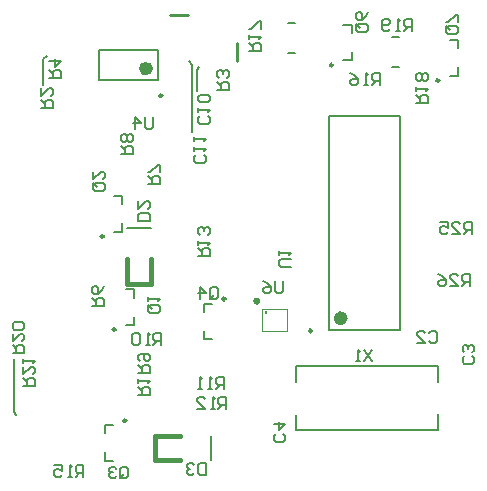
<source format=gbo>
%FSLAX24Y24*%
%MOIN*%
G70*
G01*
G75*
G04 Layer_Color=32896*
%ADD10C,0.0098*%
%ADD11R,0.0299X0.0945*%
%ADD12R,0.0315X0.0354*%
%ADD13R,0.0354X0.0315*%
%ADD14R,0.0276X0.0394*%
%ADD15R,0.0236X0.0886*%
%ADD16R,0.0591X0.0295*%
%ADD17R,0.0295X0.0591*%
%ADD18R,0.0354X0.0315*%
%ADD19R,0.0492X0.0433*%
%ADD20R,0.0906X0.0906*%
%ADD21R,0.0197X0.0236*%
%ADD22R,0.0236X0.0197*%
%ADD23R,0.0394X0.0276*%
%ADD24R,0.0315X0.0630*%
%ADD25R,0.0846X0.0335*%
%ADD26C,0.0335*%
%ADD27R,0.0335X0.0846*%
%ADD28R,0.0886X0.0236*%
%ADD29C,0.0276*%
%ADD30C,0.0118*%
%ADD31C,0.0138*%
%ADD32C,0.0079*%
%ADD33C,0.0197*%
%ADD34O,0.0472X0.0394*%
%ADD35R,0.0472X0.0394*%
%ADD36O,0.0669X0.1181*%
%ADD37C,0.0380*%
%ADD38R,0.0630X0.0315*%
%ADD39R,0.0906X0.0236*%
%ADD40R,0.0630X0.1063*%
%ADD41R,0.0358X0.0480*%
%ADD42R,0.0480X0.0358*%
%ADD43R,0.0118X0.0295*%
%ADD44R,0.2165X0.0827*%
%ADD45C,0.0100*%
%ADD46C,0.0236*%
%ADD47C,0.0394*%
%ADD48C,0.0039*%
%ADD49C,0.0061*%
%ADD50R,0.0246X0.0433*%
%ADD51R,0.0433X0.0246*%
%ADD52R,0.0379X0.1025*%
%ADD53R,0.0395X0.0434*%
%ADD54R,0.0434X0.0395*%
%ADD55R,0.0356X0.0474*%
%ADD56R,0.0316X0.0966*%
%ADD57R,0.0671X0.0375*%
%ADD58R,0.0375X0.0671*%
%ADD59R,0.0434X0.0395*%
%ADD60R,0.0572X0.0513*%
%ADD61R,0.0986X0.0986*%
%ADD62R,0.0277X0.0316*%
%ADD63R,0.0316X0.0277*%
%ADD64R,0.0474X0.0356*%
%ADD65R,0.0395X0.0710*%
%ADD66R,0.0926X0.0415*%
%ADD67C,0.0415*%
%ADD68R,0.0415X0.0926*%
%ADD69R,0.0966X0.0316*%
%ADD70C,0.0827*%
%ADD71O,0.0552X0.0474*%
%ADD72R,0.0552X0.0474*%
%ADD73O,0.0749X0.1261*%
%ADD74R,0.0710X0.0395*%
%ADD75R,0.0986X0.0316*%
%ADD76R,0.0710X0.1143*%
%ADD77R,0.0438X0.0560*%
%ADD78R,0.0560X0.0438*%
%ADD79R,0.0150X0.0327*%
%ADD80R,0.2245X0.0907*%
%ADD81C,0.0150*%
%ADD82C,0.0050*%
D10*
X5150Y12835D02*
G03*
X5150Y12835I-49J0D01*
G01*
X10138Y4998D02*
G03*
X10138Y4998I-49J0D01*
G01*
X14380Y13346D02*
G03*
X14380Y13346I-49J0D01*
G01*
X10837Y13858D02*
G03*
X10837Y13858I-49J0D01*
G01*
X7254Y6063D02*
G03*
X7254Y6063I-49J0D01*
G01*
X3947Y2008D02*
G03*
X3947Y2008I-49J0D01*
G01*
X3199Y8150D02*
G03*
X3199Y8150I-49J0D01*
G01*
X3593Y5039D02*
G03*
X3593Y5039I-49J0D01*
G01*
D32*
X3031Y13346D02*
Y14370D01*
X5000D01*
X3031Y13346D02*
X5000D01*
Y14370D01*
X10699Y5020D02*
X13081D01*
X10699D02*
Y12146D01*
X13081Y5020D02*
Y12146D01*
X10699D02*
X13081D01*
X12795Y14783D02*
X13032D01*
X12795Y13799D02*
X13032D01*
X9331Y15256D02*
X9567D01*
X9331Y14272D02*
X9567D01*
X14724Y13504D02*
X15000D01*
Y13780D01*
X14724Y14685D02*
X15000D01*
Y14409D02*
Y14685D01*
X11181Y14016D02*
X11457D01*
Y14291D01*
X11181Y15197D02*
X11457D01*
Y14921D02*
Y15197D01*
X6535Y4724D02*
Y5000D01*
Y4724D02*
X6811D01*
X6535Y5630D02*
Y5906D01*
X6811D01*
X3228Y669D02*
Y945D01*
Y669D02*
X3504D01*
X3228Y1575D02*
Y1850D01*
X3504D01*
X3543Y8307D02*
X3819D01*
Y8583D01*
X3543Y9488D02*
X3819D01*
Y9213D02*
Y9488D01*
X3937Y5197D02*
X4213D01*
Y5472D01*
X3937Y6378D02*
X4213D01*
Y6102D02*
Y6378D01*
X9606Y1693D02*
Y2205D01*
Y1693D02*
X14331D01*
X9606Y3287D02*
Y3819D01*
X14331D01*
Y1693D02*
Y2234D01*
Y3287D02*
Y3819D01*
X6024Y13976D02*
X6142Y13858D01*
Y11614D02*
Y13858D01*
X6299Y13701D02*
X6378Y13780D01*
X6299Y12976D02*
Y13701D01*
X1181Y14055D02*
X1292Y14166D01*
X1181Y13189D02*
Y14055D01*
X197Y2283D02*
X276Y2205D01*
X197Y2283D02*
Y4055D01*
D45*
X8369Y5987D02*
G03*
X8369Y5987I-72J0D01*
G01*
X8609Y5617D02*
G03*
X8609Y5617I-2J0D01*
G01*
X5394Y15512D02*
X6014D01*
X4916Y1502D02*
X4920Y1506D01*
X3967Y6573D02*
X3970Y6570D01*
X7639Y13986D02*
Y14606D01*
D46*
X4724Y13740D02*
G03*
X4724Y13740I-118J0D01*
G01*
X11211Y5413D02*
G03*
X11211Y5413I-118J0D01*
G01*
D48*
X8483Y5000D02*
X9305D01*
X8483D02*
Y5709D01*
X9306D01*
Y5000D02*
Y5709D01*
D49*
X6548Y10853D02*
X6614Y10787D01*
Y10656D01*
X6548Y10591D01*
X6286D01*
X6220Y10656D01*
Y10787D01*
X6286Y10853D01*
X6220Y10984D02*
Y11115D01*
Y11050D01*
X6614D01*
X6548Y10984D01*
X6220Y11312D02*
Y11443D01*
Y11378D01*
X6614D01*
X6548Y11312D01*
X4843Y12126D02*
Y11798D01*
X4777Y11732D01*
X4646D01*
X4580Y11798D01*
Y12126D01*
X4252Y11732D02*
Y12126D01*
X4449Y11929D01*
X4187D01*
X9449Y7126D02*
X9121D01*
X9055Y7192D01*
Y7323D01*
X9121Y7388D01*
X9449D01*
X9055Y7520D02*
Y7651D01*
Y7585D01*
X9449D01*
X9383Y7520D01*
X15394Y6494D02*
Y6888D01*
X15197D01*
X15131Y6822D01*
Y6691D01*
X15197Y6626D01*
X15394D01*
X15263D02*
X15131Y6494D01*
X14738D02*
X15000D01*
X14738Y6757D01*
Y6822D01*
X14803Y6888D01*
X14935D01*
X15000Y6822D01*
X14344Y6888D02*
X14475Y6822D01*
X14607Y6691D01*
Y6560D01*
X14541Y6494D01*
X14410D01*
X14344Y6560D01*
Y6626D01*
X14410Y6691D01*
X14607D01*
X15472Y8228D02*
Y8622D01*
X15276D01*
X15210Y8556D01*
Y8425D01*
X15276Y8360D01*
X15472D01*
X15341D02*
X15210Y8228D01*
X14816D02*
X15079D01*
X14816Y8491D01*
Y8556D01*
X14882Y8622D01*
X15013D01*
X15079Y8556D01*
X14423Y8622D02*
X14685D01*
Y8425D01*
X14554Y8491D01*
X14489D01*
X14423Y8425D01*
Y8294D01*
X14489Y8228D01*
X14620D01*
X14685Y8294D01*
X512Y3150D02*
X905D01*
Y3346D01*
X840Y3412D01*
X709D01*
X643Y3346D01*
Y3150D01*
Y3281D02*
X512Y3412D01*
Y3806D02*
Y3543D01*
X774Y3806D01*
X840D01*
X905Y3740D01*
Y3609D01*
X840Y3543D01*
X512Y3937D02*
Y4068D01*
Y4002D01*
X905D01*
X840Y3937D01*
X157Y4252D02*
X551D01*
Y4449D01*
X485Y4514D01*
X354D01*
X289Y4449D01*
Y4252D01*
Y4383D02*
X157Y4514D01*
Y4908D02*
Y4646D01*
X420Y4908D01*
X485D01*
X551Y4842D01*
Y4711D01*
X485Y4646D01*
Y5039D02*
X551Y5105D01*
Y5236D01*
X485Y5301D01*
X223D01*
X157Y5236D01*
Y5105D01*
X223Y5039D01*
X485D01*
X13465Y15000D02*
Y15394D01*
X13268D01*
X13202Y15328D01*
Y15197D01*
X13268Y15131D01*
X13465D01*
X13333D02*
X13202Y15000D01*
X13071D02*
X12940D01*
X13005D01*
Y15394D01*
X13071Y15328D01*
X12743Y15066D02*
X12677Y15000D01*
X12546D01*
X12481Y15066D01*
Y15328D01*
X12546Y15394D01*
X12677D01*
X12743Y15328D01*
Y15262D01*
X12677Y15197D01*
X12481D01*
X13622Y12598D02*
X14016D01*
Y12795D01*
X13950Y12861D01*
X13819D01*
X13753Y12795D01*
Y12598D01*
Y12730D02*
X13622Y12861D01*
Y12992D02*
Y13123D01*
Y13058D01*
X14016D01*
X13950Y12992D01*
Y13320D02*
X14016Y13386D01*
Y13517D01*
X13950Y13582D01*
X13884D01*
X13819Y13517D01*
X13753Y13582D01*
X13688D01*
X13622Y13517D01*
Y13386D01*
X13688Y13320D01*
X13753D01*
X13819Y13386D01*
X13884Y13320D01*
X13950D01*
X13819Y13386D02*
Y13517D01*
X8031Y14331D02*
X8425D01*
Y14527D01*
X8359Y14593D01*
X8228D01*
X8163Y14527D01*
Y14331D01*
Y14462D02*
X8031Y14593D01*
Y14724D02*
Y14855D01*
Y14790D01*
X8425D01*
X8359Y14724D01*
X8425Y15052D02*
Y15315D01*
X8359D01*
X8097Y15052D01*
X8031D01*
X12402Y13189D02*
Y13583D01*
X12205D01*
X12139Y13517D01*
Y13386D01*
X12205Y13320D01*
X12402D01*
X12270D02*
X12139Y13189D01*
X12008D02*
X11877D01*
X11942D01*
Y13583D01*
X12008Y13517D01*
X11418Y13583D02*
X11549Y13517D01*
X11680Y13386D01*
Y13255D01*
X11614Y13189D01*
X11483D01*
X11418Y13255D01*
Y13320D01*
X11483Y13386D01*
X11680D01*
X2520Y118D02*
Y512D01*
X2323D01*
X2257Y446D01*
Y315D01*
X2323Y249D01*
X2520D01*
X2388D02*
X2257Y118D01*
X2126D02*
X1995D01*
X2061D01*
Y512D01*
X2126Y446D01*
X1536Y512D02*
X1798D01*
Y315D01*
X1667Y380D01*
X1601D01*
X1536Y315D01*
Y184D01*
X1601Y118D01*
X1733D01*
X1798Y184D01*
X6339Y7480D02*
X6732D01*
Y7677D01*
X6667Y7743D01*
X6535D01*
X6470Y7677D01*
Y7480D01*
Y7612D02*
X6339Y7743D01*
Y7874D02*
Y8005D01*
Y7939D01*
X6732D01*
X6667Y7874D01*
Y8202D02*
X6732Y8267D01*
Y8399D01*
X6667Y8464D01*
X6601D01*
X6535Y8399D01*
Y8333D01*
Y8399D01*
X6470Y8464D01*
X6404D01*
X6339Y8399D01*
Y8267D01*
X6404Y8202D01*
X7283Y2402D02*
Y2795D01*
X7087D01*
X7021Y2730D01*
Y2598D01*
X7087Y2533D01*
X7283D01*
X7152D02*
X7021Y2402D01*
X6890D02*
X6759D01*
X6824D01*
Y2795D01*
X6890Y2730D01*
X6300Y2402D02*
X6562D01*
X6300Y2664D01*
Y2730D01*
X6365Y2795D01*
X6496D01*
X6562Y2730D01*
X7205Y3051D02*
Y3445D01*
X7008D01*
X6942Y3379D01*
Y3248D01*
X7008Y3182D01*
X7205D01*
X7074D02*
X6942Y3051D01*
X6811D02*
X6680D01*
X6746D01*
Y3445D01*
X6811Y3379D01*
X6483Y3051D02*
X6352D01*
X6418D01*
Y3445D01*
X6483Y3379D01*
X5118Y4528D02*
Y4921D01*
X4921D01*
X4856Y4856D01*
Y4724D01*
X4921Y4659D01*
X5118D01*
X4987D02*
X4856Y4528D01*
X4725D02*
X4593D01*
X4659D01*
Y4921D01*
X4725Y4856D01*
X4397D02*
X4331Y4921D01*
X4200D01*
X4134Y4856D01*
Y4593D01*
X4200Y4528D01*
X4331D01*
X4397Y4593D01*
Y4856D01*
X4331Y3583D02*
X4724D01*
Y3779D01*
X4659Y3845D01*
X4527D01*
X4462Y3779D01*
Y3583D01*
Y3714D02*
X4331Y3845D01*
X4396Y3976D02*
X4331Y4042D01*
Y4173D01*
X4396Y4239D01*
X4659D01*
X4724Y4173D01*
Y4042D01*
X4659Y3976D01*
X4593D01*
X4527Y4042D01*
Y4239D01*
X3780Y10906D02*
X4173D01*
Y11102D01*
X4108Y11168D01*
X3976D01*
X3911Y11102D01*
Y10906D01*
Y11037D02*
X3780Y11168D01*
X4108Y11299D02*
X4173Y11365D01*
Y11496D01*
X4108Y11561D01*
X4042D01*
X3976Y11496D01*
X3911Y11561D01*
X3845D01*
X3780Y11496D01*
Y11365D01*
X3845Y11299D01*
X3911D01*
X3976Y11365D01*
X4042Y11299D01*
X4108D01*
X3976Y11365D02*
Y11496D01*
X4670Y9882D02*
X5064D01*
Y10079D01*
X4998Y10144D01*
X4867D01*
X4802Y10079D01*
Y9882D01*
Y10013D02*
X4670Y10144D01*
X5064Y10275D02*
Y10538D01*
X4998D01*
X4736Y10275D01*
X4670D01*
X2820Y5827D02*
X3214D01*
Y6024D01*
X3148Y6089D01*
X3017D01*
X2951Y6024D01*
Y5827D01*
Y5958D02*
X2820Y6089D01*
X3214Y6483D02*
X3148Y6352D01*
X3017Y6220D01*
X2886D01*
X2820Y6286D01*
Y6417D01*
X2886Y6483D01*
X2951D01*
X3017Y6417D01*
Y6220D01*
X1388Y13414D02*
X1781D01*
Y13611D01*
X1716Y13677D01*
X1585D01*
X1519Y13611D01*
Y13414D01*
Y13545D02*
X1388Y13677D01*
Y14005D02*
X1781D01*
X1585Y13808D01*
Y14070D01*
X6969Y13032D02*
X7362D01*
Y13228D01*
X7296Y13294D01*
X7165D01*
X7100Y13228D01*
Y13032D01*
Y13163D02*
X6969Y13294D01*
X7296Y13425D02*
X7362Y13491D01*
Y13622D01*
X7296Y13687D01*
X7231D01*
X7165Y13622D01*
Y13556D01*
Y13622D01*
X7100Y13687D01*
X7034D01*
X6969Y13622D01*
Y13491D01*
X7034Y13425D01*
X1110Y12440D02*
X1504D01*
Y12637D01*
X1438Y12702D01*
X1307D01*
X1241Y12637D01*
Y12440D01*
Y12571D02*
X1110Y12702D01*
Y13096D02*
Y12834D01*
X1372Y13096D01*
X1438D01*
X1504Y13030D01*
Y12899D01*
X1438Y12834D01*
X4334Y2869D02*
X4727D01*
Y3066D01*
X4662Y3131D01*
X4531D01*
X4465Y3066D01*
Y2869D01*
Y3000D02*
X4334Y3131D01*
Y3263D02*
Y3394D01*
Y3328D01*
X4727D01*
X4662Y3263D01*
X14672Y15144D02*
X14934D01*
X15000Y15079D01*
Y14947D01*
X14934Y14882D01*
X14672D01*
X14606Y14947D01*
Y15079D01*
X14737Y15013D02*
X14606Y15144D01*
Y15079D02*
X14672Y15144D01*
X15000Y15275D02*
Y15538D01*
X14934D01*
X14672Y15275D01*
X14606D01*
X11680Y15223D02*
X11942D01*
X12008Y15157D01*
Y15026D01*
X11942Y14961D01*
X11680D01*
X11614Y15026D01*
Y15157D01*
X11745Y15092D02*
X11614Y15223D01*
Y15157D02*
X11680Y15223D01*
X12008Y15617D02*
X11942Y15485D01*
X11811Y15354D01*
X11680D01*
X11614Y15420D01*
Y15551D01*
X11680Y15617D01*
X11745D01*
X11811Y15551D01*
Y15354D01*
X6745Y6129D02*
Y6391D01*
X6811Y6457D01*
X6942D01*
X7008Y6391D01*
Y6129D01*
X6942Y6063D01*
X6811D01*
X6877Y6194D02*
X6745Y6063D01*
X6811D02*
X6745Y6129D01*
X6418Y6063D02*
Y6457D01*
X6614Y6260D01*
X6352D01*
X3753Y144D02*
Y407D01*
X3819Y472D01*
X3950D01*
X4016Y407D01*
Y144D01*
X3950Y79D01*
X3819D01*
X3885Y210D02*
X3753Y79D01*
X3819D02*
X3753Y144D01*
X3622Y407D02*
X3557Y472D01*
X3425D01*
X3360Y407D01*
Y341D01*
X3425Y276D01*
X3491D01*
X3425D01*
X3360Y210D01*
Y144D01*
X3425Y79D01*
X3557D01*
X3622Y144D01*
X2920Y9914D02*
X3182D01*
X3248Y9849D01*
Y9717D01*
X3182Y9652D01*
X2920D01*
X2854Y9717D01*
Y9849D01*
X2986Y9783D02*
X2854Y9914D01*
Y9849D02*
X2920Y9914D01*
X2854Y10308D02*
Y10045D01*
X3117Y10308D01*
X3182D01*
X3248Y10242D01*
Y10111D01*
X3182Y10045D01*
X4751Y5853D02*
X5013D01*
X5079Y5787D01*
Y5656D01*
X5013Y5591D01*
X4751D01*
X4685Y5656D01*
Y5787D01*
X4816Y5722D02*
X4685Y5853D01*
Y5787D02*
X4751Y5853D01*
X4685Y5984D02*
Y6115D01*
Y6050D01*
X5079D01*
X5013Y5984D01*
X6614Y590D02*
Y197D01*
X6417D01*
X6352Y262D01*
Y525D01*
X6417Y590D01*
X6614D01*
X6221Y525D02*
X6155Y590D01*
X6024D01*
X5958Y525D01*
Y459D01*
X6024Y394D01*
X6089D01*
X6024D01*
X5958Y328D01*
Y262D01*
X6024Y197D01*
X6155D01*
X6221Y262D01*
X4724Y8661D02*
X4331D01*
Y8858D01*
X4396Y8924D01*
X4659D01*
X4724Y8858D01*
Y8661D01*
X4331Y9317D02*
Y9055D01*
X4593Y9317D01*
X4659D01*
X4724Y9252D01*
Y9121D01*
X4659Y9055D01*
X6667Y12152D02*
X6732Y12087D01*
Y11955D01*
X6667Y11890D01*
X6404D01*
X6339Y11955D01*
Y12087D01*
X6404Y12152D01*
X6339Y12283D02*
Y12415D01*
Y12349D01*
X6732D01*
X6667Y12283D01*
Y12611D02*
X6732Y12677D01*
Y12808D01*
X6667Y12874D01*
X6404D01*
X6339Y12808D01*
Y12677D01*
X6404Y12611D01*
X6667D01*
X9186Y1562D02*
X9252Y1496D01*
Y1365D01*
X9186Y1299D01*
X8924D01*
X8858Y1365D01*
Y1496D01*
X8924Y1562D01*
X8858Y1890D02*
X9252D01*
X9055Y1693D01*
Y1955D01*
X15485Y4143D02*
X15551Y4078D01*
Y3947D01*
X15485Y3881D01*
X15223D01*
X15157Y3947D01*
Y4078D01*
X15223Y4143D01*
X15485Y4275D02*
X15551Y4340D01*
Y4471D01*
X15485Y4537D01*
X15420D01*
X15354Y4471D01*
Y4406D01*
Y4471D01*
X15289Y4537D01*
X15223D01*
X15157Y4471D01*
Y4340D01*
X15223Y4275D01*
X14029Y4934D02*
X14095Y5000D01*
X14226D01*
X14291Y4934D01*
Y4672D01*
X14226Y4606D01*
X14095D01*
X14029Y4672D01*
X13635Y4606D02*
X13898D01*
X13635Y4869D01*
Y4934D01*
X13701Y5000D01*
X13832D01*
X13898Y4934D01*
X9173Y6653D02*
Y6325D01*
X9108Y6260D01*
X8976D01*
X8911Y6325D01*
Y6653D01*
X8517D02*
X8648Y6588D01*
X8780Y6457D01*
Y6325D01*
X8714Y6260D01*
X8583D01*
X8517Y6325D01*
Y6391D01*
X8583Y6457D01*
X8780D01*
X12126Y4370D02*
X11864Y3976D01*
Y4370D02*
X12126Y3976D01*
X11732D02*
X11601D01*
X11667D01*
Y4370D01*
X11732Y4304D01*
D81*
X4916Y699D02*
Y1502D01*
Y699D02*
X5738D01*
X4920Y1506D02*
X5738D01*
X3970Y6570D02*
X4774D01*
X3967Y6573D02*
Y7392D01*
X4774Y6570D02*
Y7392D01*
D82*
X6766Y699D02*
Y1506D01*
X3967Y8420D02*
X4774D01*
M02*

</source>
